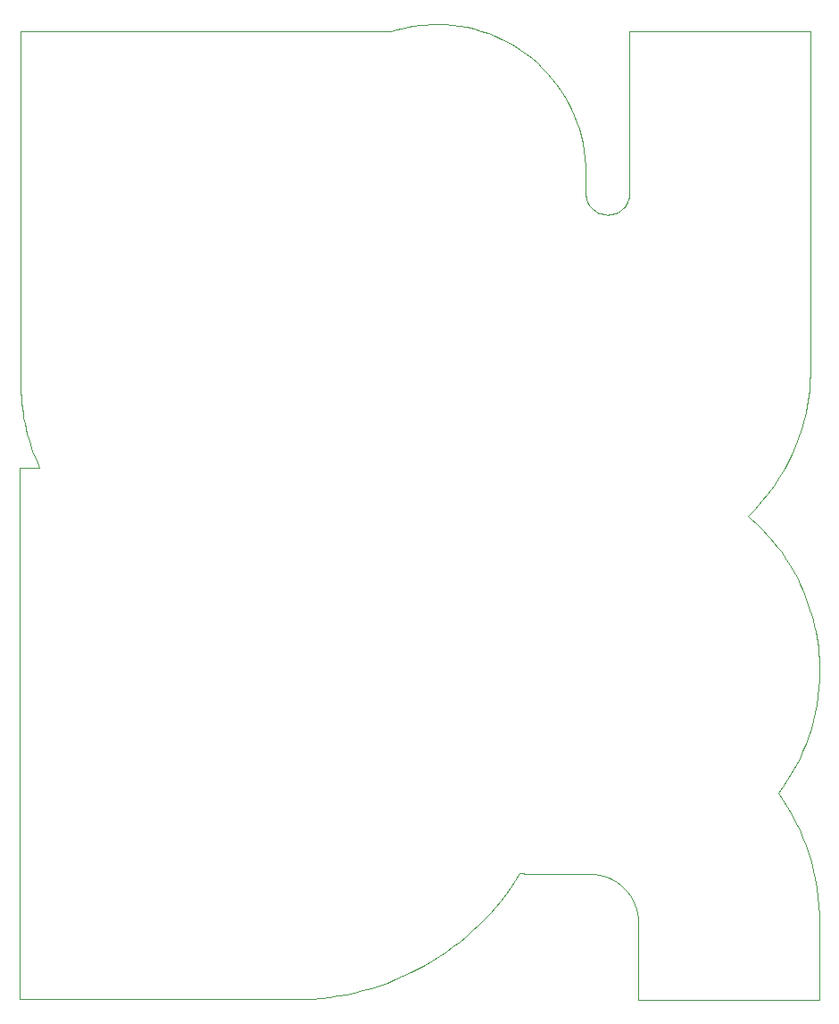
<source format=gm1>
%TF.GenerationSoftware,KiCad,Pcbnew,7.0.1*%
%TF.CreationDate,2024-04-15T22:24:04+03:00*%
%TF.ProjectId,ESP32 STEPPER CONTROL PCB,45535033-3220-4535-9445-505045522043,rev?*%
%TF.SameCoordinates,PX68e7780PY7bfa480*%
%TF.FileFunction,Profile,NP*%
%FSLAX46Y46*%
G04 Gerber Fmt 4.6, Leading zero omitted, Abs format (unit mm)*
G04 Created by KiCad (PCBNEW 7.0.1) date 2024-04-15 22:24:04*
%MOMM*%
%LPD*%
G01*
G04 APERTURE LIST*
%TA.AperFunction,Profile*%
%ADD10C,0.008000*%
%TD*%
G04 APERTURE END LIST*
D10*
X75811187Y31727562D02*
X75818892Y31177628D01*
X75788209Y32273678D02*
X75811187Y31727562D01*
X75750164Y32815770D02*
X75788209Y32273678D01*
X75697256Y33353632D02*
X75750164Y32815770D01*
X75629692Y33887060D02*
X75697256Y33353632D01*
X75547675Y34415848D02*
X75629692Y33887060D01*
X75451412Y34939790D02*
X75547675Y34415848D01*
X75341107Y35458682D02*
X75451412Y34939790D01*
X75216966Y35972317D02*
X75341107Y35458682D01*
X75079195Y36480491D02*
X75216966Y35972317D01*
X74927998Y36982998D02*
X75079195Y36480491D01*
X74763580Y37479632D02*
X74927998Y36982998D01*
X74586148Y37970189D02*
X74763580Y37479632D01*
X74395905Y38454462D02*
X74586148Y37970189D01*
X74193058Y38932247D02*
X74395905Y38454462D01*
X73977812Y39403338D02*
X74193058Y38932247D01*
X73750372Y39867530D02*
X73977812Y39403338D01*
X73510943Y40324617D02*
X73750372Y39867530D01*
X73259730Y40774394D02*
X73510943Y40324617D01*
X72996939Y41216655D02*
X73259730Y40774394D01*
X72722775Y41651196D02*
X72996939Y41216655D01*
X72437443Y42077810D02*
X72722775Y41651196D01*
X72141149Y42496293D02*
X72437443Y42077810D01*
X71834097Y42906439D02*
X72141149Y42496293D01*
X71516493Y43308043D02*
X71834097Y42906439D01*
X71188543Y43700898D02*
X71516493Y43308043D01*
X70850451Y44084801D02*
X71188543Y43700898D01*
X70502423Y44459545D02*
X70850451Y44084801D01*
X70144663Y44824925D02*
X70502423Y44459545D01*
X69777378Y45180736D02*
X70144663Y44824925D01*
X69400773Y45526772D02*
X69777378Y45180736D01*
X69015052Y45862828D02*
X69400773Y45526772D01*
X69685362Y46535596D02*
X69015052Y45862828D01*
X70321984Y47240641D02*
X69685362Y46535596D01*
X70923598Y47976642D02*
X70321984Y47240641D01*
X71488886Y48742280D02*
X70923598Y47976642D01*
X72016529Y49536236D02*
X71488886Y48742280D01*
X72505208Y50357189D02*
X72016529Y49536236D01*
X72953606Y51203820D02*
X72505208Y50357189D01*
X73162286Y51636352D02*
X72953606Y51203820D01*
X73360402Y52074808D02*
X73162286Y51636352D01*
X73547788Y52519024D02*
X73360402Y52074808D01*
X73724279Y52968835D02*
X73547788Y52519024D01*
X73889710Y53424075D02*
X73724279Y52968835D01*
X74043917Y53884580D02*
X73889710Y53424075D01*
X74186734Y54350184D02*
X74043917Y53884580D01*
X74317998Y54820723D02*
X74186734Y54350184D01*
X74437542Y55296032D02*
X74317998Y54820723D01*
X74545203Y55775946D02*
X74437542Y55296032D01*
X74640815Y56260299D02*
X74545203Y55775946D01*
X74724214Y56748927D02*
X74640815Y56260299D01*
X74795234Y57241665D02*
X74724214Y56748927D01*
X74853712Y57738348D02*
X74795234Y57241665D01*
X74899481Y58238810D02*
X74853712Y57738348D01*
X74932377Y58742888D02*
X74899481Y58238810D01*
X74952236Y59250416D02*
X74932377Y58742888D01*
X74958892Y59761228D02*
X74952236Y59250416D01*
X74958892Y91794668D02*
X74958892Y59761228D01*
X57817052Y91794668D02*
X74958892Y91794668D01*
X57817052Y76482828D02*
X57817052Y91794668D01*
X57806327Y76270347D02*
X57817052Y76482828D01*
X57774851Y76064038D02*
X57806327Y76270347D01*
X57723670Y75864941D02*
X57774851Y76064038D01*
X57653832Y75674096D02*
X57723670Y75864941D01*
X57566384Y75492541D02*
X57653832Y75674096D01*
X57462373Y75321319D02*
X57566384Y75492541D01*
X57342847Y75161468D02*
X57462373Y75321319D01*
X57208852Y75014028D02*
X57342847Y75161468D01*
X57061436Y74880039D02*
X57208852Y75014028D01*
X56901646Y74760542D02*
X57061436Y74880039D01*
X56730529Y74656576D02*
X56901646Y74760542D01*
X56549132Y74569180D02*
X56730529Y74656576D01*
X56358503Y74499396D02*
X56549132Y74569180D01*
X56159688Y74448263D02*
X56358503Y74499396D01*
X55953736Y74416820D02*
X56159688Y74448263D01*
X55741692Y74406108D02*
X55953736Y74416820D01*
X55529634Y74416820D02*
X55741692Y74406108D01*
X55323669Y74448263D02*
X55529634Y74416820D01*
X55124844Y74499396D02*
X55323669Y74448263D01*
X54934206Y74569180D02*
X55124844Y74499396D01*
X54752801Y74656576D02*
X54934206Y74569180D01*
X54581678Y74760542D02*
X54752801Y74656576D01*
X54421882Y74880039D02*
X54581678Y74760542D01*
X54274462Y75014028D02*
X54421882Y74880039D01*
X54140464Y75161468D02*
X54274462Y75014028D01*
X54020935Y75321319D02*
X54140464Y75161468D01*
X53916922Y75492541D02*
X54020935Y75321319D01*
X53829473Y75674096D02*
X53916922Y75492541D01*
X53759635Y75864941D02*
X53829473Y75674096D01*
X53708453Y76064038D02*
X53759635Y75864941D01*
X53676977Y76270347D02*
X53708453Y76064038D01*
X53666252Y76482828D02*
X53676977Y76270347D01*
X53666252Y78356268D02*
X53666252Y76482828D01*
X53647881Y79082900D02*
X53666252Y78356268D01*
X53593358Y79800006D02*
X53647881Y79082900D01*
X53503570Y80506696D02*
X53593358Y79800006D01*
X53379404Y81202084D02*
X53503570Y80506696D01*
X53221746Y81885280D02*
X53379404Y81202084D01*
X53031484Y82555397D02*
X53221746Y81885280D01*
X52809503Y83211548D02*
X53031484Y82555397D01*
X52556691Y83852843D02*
X52809503Y83211548D01*
X52273934Y84478395D02*
X52556691Y83852843D01*
X51962119Y85087317D02*
X52273934Y84478395D01*
X51622132Y85678719D02*
X51962119Y85087317D01*
X51254861Y86251715D02*
X51622132Y85678719D01*
X50861192Y86805416D02*
X51254861Y86251715D01*
X50442011Y87338933D02*
X50861192Y86805416D01*
X49998205Y87851380D02*
X50442011Y87338933D01*
X49530662Y88341868D02*
X49998205Y87851380D01*
X49040267Y88809509D02*
X49530662Y88341868D01*
X48527908Y89253415D02*
X49040267Y88809509D01*
X47994470Y89672699D02*
X48527908Y89253415D01*
X47440842Y90066471D02*
X47994470Y89672699D01*
X46867909Y90433845D02*
X47440842Y90066471D01*
X46276558Y90773932D02*
X46867909Y90433845D01*
X45667675Y91085844D02*
X46276558Y90773932D01*
X45042148Y91368693D02*
X45667675Y91085844D01*
X44400864Y91621592D02*
X45042148Y91368693D01*
X43744708Y91843651D02*
X44400864Y91621592D01*
X43074567Y92033984D02*
X43744708Y91843651D01*
X42391329Y92191702D02*
X43074567Y92033984D01*
X41695880Y92315918D02*
X42391329Y92191702D01*
X40989106Y92405743D02*
X41695880Y92315918D01*
X40271895Y92460289D02*
X40989106Y92405743D01*
X39545132Y92478668D02*
X40271895Y92460289D01*
X38978240Y92467488D02*
X39545132Y92478668D01*
X38417008Y92434230D02*
X38978240Y92467488D01*
X37861861Y92379316D02*
X38417008Y92434230D01*
X37313222Y92303168D02*
X37861861Y92379316D01*
X36771517Y92206207D02*
X37313222Y92303168D01*
X36237171Y92088856D02*
X36771517Y92206207D01*
X35710607Y91951535D02*
X36237171Y92088856D01*
X35192252Y91794668D02*
X35710607Y91951535D01*
X18101532Y91794668D02*
X35192252Y91794668D01*
X17222172Y91794668D02*
X18101532Y91794668D01*
X80380Y91794668D02*
X17222172Y91794668D01*
X80380Y58157228D02*
X80380Y91794668D01*
X87841Y57640027D02*
X80380Y58157228D01*
X110086Y57126532D02*
X87841Y57640027D01*
X146913Y56616946D02*
X110086Y57126532D01*
X198115Y56111474D02*
X146913Y56616946D01*
X263488Y55610321D02*
X198115Y56111474D01*
X342827Y55113691D02*
X263488Y55610321D01*
X435929Y54621788D02*
X342827Y55113691D01*
X542588Y54134818D02*
X435929Y54621788D01*
X662600Y53652984D02*
X542588Y54134818D01*
X795760Y53176491D02*
X662600Y53652984D01*
X941863Y52705544D02*
X795760Y53176491D01*
X1100706Y52240347D02*
X941863Y52705544D01*
X1272082Y51781104D02*
X1100706Y52240347D01*
X1455789Y51328020D02*
X1272082Y51781104D01*
X1651620Y50881300D02*
X1455789Y51328020D01*
X1859372Y50441148D02*
X1651620Y50881300D01*
X0Y50441148D02*
X1859372Y50441148D01*
X0Y33298508D02*
X0Y50441148D01*
X0Y17142428D02*
X0Y33298508D01*
X0Y0D02*
X0Y17142428D01*
X25973132Y0D02*
X0Y0D01*
X26818309Y13898D02*
X25973132Y0D01*
X27656524Y55302D02*
X26818309Y13898D01*
X28487342Y123777D02*
X27656524Y55302D01*
X29310329Y218889D02*
X28487342Y123777D01*
X30125050Y340202D02*
X29310329Y218889D01*
X30931071Y487282D02*
X30125050Y340202D01*
X31727955Y659692D02*
X30931071Y487282D01*
X32515270Y857000D02*
X31727955Y659692D01*
X33292578Y1078768D02*
X32515270Y857000D01*
X34059447Y1324563D02*
X33292578Y1078768D01*
X34815442Y1593949D02*
X34059447Y1324563D01*
X35560126Y1886492D02*
X34815442Y1593949D01*
X36293066Y2201757D02*
X35560126Y1886492D01*
X37013827Y2539307D02*
X36293066Y2201757D01*
X37721974Y2898710D02*
X37013827Y2539307D01*
X38417072Y3279529D02*
X37721974Y2898710D01*
X39098686Y3681329D02*
X38417072Y3279529D01*
X39766383Y4103677D02*
X39098686Y3681329D01*
X40419726Y4546135D02*
X39766383Y4103677D01*
X41058280Y5008271D02*
X40419726Y4546135D01*
X41681613Y5489648D02*
X41058280Y5008271D01*
X42289287Y5989832D02*
X41681613Y5489648D01*
X42880869Y6508388D02*
X42289287Y5989832D01*
X43455924Y7044880D02*
X42880869Y6508388D01*
X44014018Y7598875D02*
X43455924Y7044880D01*
X44554714Y8169936D02*
X44014018Y7598875D01*
X45077579Y8757629D02*
X44554714Y8169936D01*
X45582177Y9361519D02*
X45077579Y8757629D01*
X46068075Y9981171D02*
X45582177Y9361519D01*
X46534836Y10616150D02*
X46068075Y9981171D01*
X46982027Y11266020D02*
X46534836Y10616150D01*
X47409212Y11930348D02*
X46982027Y11266020D01*
X47826012Y11930348D02*
X47409212Y11930348D01*
X47826012Y11897948D02*
X47826012Y11930348D01*
X53985452Y11897948D02*
X47826012Y11897948D01*
X54225971Y11891865D02*
X53985452Y11897948D01*
X54463342Y11873810D02*
X54225971Y11891865D01*
X54927463Y11802962D02*
X54463342Y11873810D01*
X55375460Y11687749D02*
X54927463Y11802962D01*
X55804980Y11530519D02*
X55375460Y11687749D01*
X56213667Y11333618D02*
X55804980Y11530519D01*
X56599167Y11099393D02*
X56213667Y11333618D01*
X56959127Y10830190D02*
X56599167Y11099393D01*
X57291192Y10528356D02*
X56959127Y10830190D01*
X57593007Y10196238D02*
X57291192Y10528356D01*
X57862219Y9836182D02*
X57593007Y10196238D01*
X58096473Y9450536D02*
X57862219Y9836182D01*
X58293414Y9041645D02*
X58096473Y9450536D01*
X58450689Y8611857D02*
X58293414Y9041645D01*
X58565944Y8163517D02*
X58450689Y8611857D01*
X58636822Y7698973D02*
X58565944Y8163517D01*
X58654886Y7461358D02*
X58636822Y7698973D01*
X58660972Y7220572D02*
X58654886Y7461358D01*
X58660972Y-24130D02*
X58660972Y7220572D01*
X75802732Y-24130D02*
X58660972Y-24130D01*
X75802732Y7220572D02*
X75802732Y-24130D01*
X75786130Y8079016D02*
X75802732Y7220572D01*
X75736739Y8929054D02*
X75786130Y8079016D01*
X75655181Y9770072D02*
X75736739Y8929054D01*
X75542076Y10601456D02*
X75655181Y9770072D01*
X75398046Y11422593D02*
X75542076Y10601456D01*
X75223713Y12232870D02*
X75398046Y11422593D01*
X75019698Y13031672D02*
X75223713Y12232870D01*
X74786622Y13818386D02*
X75019698Y13031672D01*
X74525107Y14592399D02*
X74786622Y13818386D01*
X74235775Y15353097D02*
X74525107Y14592399D01*
X73919246Y16099866D02*
X74235775Y15353097D01*
X73576143Y16832093D02*
X73919246Y16099866D01*
X73207087Y17549164D02*
X73576143Y16832093D01*
X72812698Y18250466D02*
X73207087Y17549164D01*
X72393600Y18935385D02*
X72812698Y18250466D01*
X71950412Y19603308D02*
X72393600Y18935385D01*
X72393636Y20215973D02*
X71950412Y19603308D01*
X72813140Y20846477D02*
X72393636Y20215973D01*
X73208251Y21494162D02*
X72813140Y20846477D01*
X73578297Y22158368D02*
X73208251Y21494162D01*
X73922605Y22838437D02*
X73578297Y22158368D01*
X74240501Y23533709D02*
X73922605Y22838437D01*
X74531315Y24243526D02*
X74240501Y23533709D01*
X74794372Y24967228D02*
X74531315Y24243526D01*
X75029000Y25704156D02*
X74794372Y24967228D01*
X75234528Y26453652D02*
X75029000Y25704156D01*
X75410281Y27215055D02*
X75234528Y26453652D01*
X75555587Y27987708D02*
X75410281Y27215055D01*
X75669774Y28770951D02*
X75555587Y27987708D01*
X75752169Y29564124D02*
X75669774Y28770951D01*
X75802099Y30366570D02*
X75752169Y29564124D01*
X75818892Y31177628D02*
X75802099Y30366570D01*
M02*

</source>
